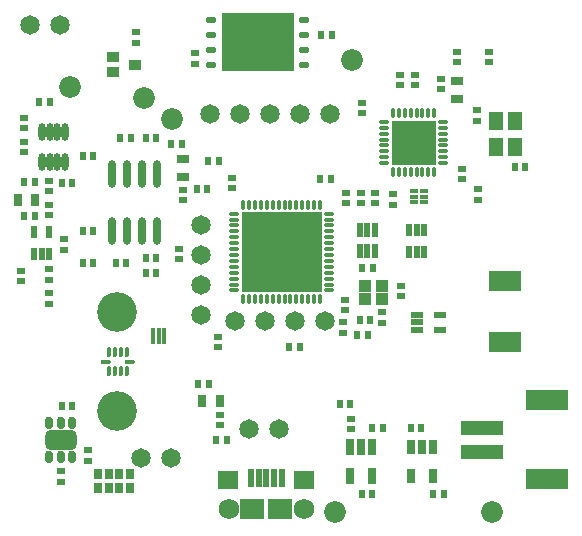
<source format=gts>
%FSLAX24Y24*%
%MOIN*%
G70*
G01*
G75*
G04 Layer_Color=8388736*
%ADD10C,0.0100*%
%ADD11C,0.0197*%
%ADD12C,0.0197*%
%ADD13C,0.0394*%
%ADD14R,0.0453X0.0551*%
%ADD15R,0.0374X0.0335*%
%ADD16R,0.0217X0.0512*%
%ADD17R,0.1417X0.1417*%
%ADD18O,0.0295X0.0079*%
%ADD19O,0.0079X0.0295*%
%ADD20O,0.0315X0.0157*%
%ADD21R,0.2362X0.1890*%
%ADD22R,0.2598X0.2598*%
%ADD23O,0.0079X0.0315*%
%ADD24O,0.0315X0.0079*%
%ADD25R,0.0157X0.0335*%
%ADD26R,0.0118X0.0193*%
%ADD27R,0.0118X0.0209*%
%ADD28O,0.0098X0.0276*%
%ADD29O,0.0276X0.0098*%
%ADD30R,0.0335X0.0157*%
%ADD31O,0.0217X0.0866*%
%ADD32O,0.0177X0.0532*%
%ADD33R,0.0217X0.0394*%
%ADD34R,0.0157X0.0236*%
%ADD35R,0.0236X0.0157*%
%ADD36R,0.0354X0.0276*%
%ADD37R,0.0354X0.0197*%
%ADD38R,0.0630X0.0551*%
%ADD39R,0.0748X0.0630*%
%ADD40R,0.0157X0.0532*%
%ADD41R,0.0197X0.0354*%
%ADD42R,0.1339X0.0591*%
%ADD43R,0.1378X0.0394*%
%ADD44R,0.0138X0.0394*%
%ADD45R,0.0217X0.0098*%
%ADD46R,0.1024X0.0591*%
%ADD47R,0.0197X0.0315*%
G04:AMPARAMS|DCode=48|XSize=63mil|YSize=98.4mil|CornerRadius=15.7mil|HoleSize=0mil|Usage=FLASHONLY|Rotation=270.000|XOffset=0mil|YOffset=0mil|HoleType=Round|Shape=RoundedRectangle|*
%AMROUNDEDRECTD48*
21,1,0.0630,0.0669,0,0,270.0*
21,1,0.0315,0.0984,0,0,270.0*
1,1,0.0315,-0.0335,-0.0157*
1,1,0.0315,-0.0335,0.0157*
1,1,0.0315,0.0335,0.0157*
1,1,0.0315,0.0335,-0.0157*
%
%ADD48ROUNDEDRECTD48*%
G04:AMPARAMS|DCode=49|XSize=33.5mil|YSize=17.7mil|CornerRadius=4.4mil|HoleSize=0mil|Usage=FLASHONLY|Rotation=270.000|XOffset=0mil|YOffset=0mil|HoleType=Round|Shape=RoundedRectangle|*
%AMROUNDEDRECTD49*
21,1,0.0335,0.0089,0,0,270.0*
21,1,0.0246,0.0177,0,0,270.0*
1,1,0.0089,-0.0044,-0.0123*
1,1,0.0089,-0.0044,0.0123*
1,1,0.0089,0.0044,0.0123*
1,1,0.0089,0.0044,-0.0123*
%
%ADD49ROUNDEDRECTD49*%
%ADD50C,0.0200*%
%ADD51C,0.0150*%
%ADD52C,0.0661*%
%ADD53C,0.0591*%
%ADD54C,0.0591*%
%ADD55C,0.1260*%
%ADD56C,0.0630*%
%ADD57C,0.0270*%
%ADD58C,0.0340*%
%ADD59C,0.0290*%
%ADD60C,0.0300*%
%ADD61R,0.0276X0.0354*%
%ADD62O,0.0315X0.0098*%
%ADD63O,0.0098X0.0315*%
%ADD64R,0.1299X0.1299*%
%ADD65R,0.0591X0.0236*%
%ADD66C,0.0098*%
%ADD67C,0.0157*%
%ADD68C,0.0039*%
%ADD69C,0.0079*%
%ADD70C,0.0047*%
%ADD71C,0.0050*%
%ADD72C,0.0040*%
%ADD73C,0.0060*%
%ADD74R,0.0148X0.0177*%
%ADD75R,0.0551X0.0433*%
%ADD76R,0.0513X0.0611*%
%ADD77R,0.0434X0.0395*%
%ADD78R,0.0277X0.0572*%
%ADD79R,0.1477X0.1477*%
%ADD80O,0.0355X0.0139*%
%ADD81O,0.0139X0.0355*%
%ADD82O,0.0375X0.0217*%
%ADD83R,0.2422X0.1950*%
%ADD84R,0.2658X0.2658*%
%ADD85O,0.0139X0.0375*%
%ADD86O,0.0375X0.0139*%
%ADD87R,0.0217X0.0395*%
%ADD88R,0.0178X0.0253*%
%ADD89R,0.0178X0.0269*%
%ADD90O,0.0158X0.0336*%
%ADD91O,0.0336X0.0158*%
%ADD92R,0.0395X0.0217*%
%ADD93O,0.0277X0.0926*%
%ADD94O,0.0237X0.0592*%
%ADD95R,0.0277X0.0454*%
%ADD96R,0.0217X0.0296*%
%ADD97R,0.0296X0.0217*%
%ADD98R,0.0414X0.0336*%
%ADD99R,0.0414X0.0257*%
%ADD100R,0.0709X0.0630*%
%ADD101R,0.0827X0.0709*%
%ADD102R,0.0236X0.0610*%
%ADD103R,0.0257X0.0414*%
%ADD104R,0.1399X0.0651*%
%ADD105R,0.1438X0.0454*%
%ADD106R,0.0198X0.0454*%
%ADD107R,0.0277X0.0158*%
%ADD108R,0.1084X0.0651*%
%ADD109R,0.0257X0.0375*%
G04:AMPARAMS|DCode=110|XSize=69mil|YSize=104.4mil|CornerRadius=18.7mil|HoleSize=0mil|Usage=FLASHONLY|Rotation=270.000|XOffset=0mil|YOffset=0mil|HoleType=Round|Shape=RoundedRectangle|*
%AMROUNDEDRECTD110*
21,1,0.0690,0.0669,0,0,270.0*
21,1,0.0315,0.1044,0,0,270.0*
1,1,0.0375,-0.0335,-0.0157*
1,1,0.0375,-0.0335,0.0157*
1,1,0.0375,0.0335,0.0157*
1,1,0.0375,0.0335,-0.0157*
%
%ADD110ROUNDEDRECTD110*%
G04:AMPARAMS|DCode=111|XSize=39.5mil|YSize=23.7mil|CornerRadius=7.4mil|HoleSize=0mil|Usage=FLASHONLY|Rotation=270.000|XOffset=0mil|YOffset=0mil|HoleType=Round|Shape=RoundedRectangle|*
%AMROUNDEDRECTD111*
21,1,0.0395,0.0089,0,0,270.0*
21,1,0.0246,0.0237,0,0,270.0*
1,1,0.0149,-0.0044,-0.0123*
1,1,0.0149,-0.0044,0.0123*
1,1,0.0149,0.0044,0.0123*
1,1,0.0149,0.0044,-0.0123*
%
%ADD111ROUNDEDRECTD111*%
%ADD112C,0.0721*%
%ADD113C,0.0651*%
%ADD114C,0.0651*%
%ADD115C,0.1320*%
%ADD116C,0.0690*%
D76*
X56715Y28333D02*
D03*
Y27467D02*
D03*
X56085D02*
D03*
Y28333D02*
D03*
D77*
X52305Y22826D02*
D03*
X51735D02*
D03*
Y22374D02*
D03*
X52305D02*
D03*
D78*
X51974Y17462D02*
D03*
X51600D02*
D03*
X51226D02*
D03*
Y16478D02*
D03*
X51974D02*
D03*
D79*
X53350Y27600D02*
D03*
D80*
X54344Y28289D02*
D03*
Y28092D02*
D03*
Y27895D02*
D03*
Y27698D02*
D03*
Y27502D02*
D03*
Y27305D02*
D03*
Y27108D02*
D03*
Y26911D02*
D03*
X52356D02*
D03*
Y27108D02*
D03*
Y27305D02*
D03*
Y27502D02*
D03*
Y27698D02*
D03*
Y27895D02*
D03*
Y28092D02*
D03*
Y28289D02*
D03*
D81*
X54039Y26606D02*
D03*
X53842D02*
D03*
X53645D02*
D03*
X53448D02*
D03*
X53252D02*
D03*
X53055D02*
D03*
X52858D02*
D03*
X52661D02*
D03*
Y28594D02*
D03*
X52858D02*
D03*
X53055D02*
D03*
X53252D02*
D03*
X53448D02*
D03*
X53645D02*
D03*
X53842D02*
D03*
X54039D02*
D03*
D82*
X49705Y30200D02*
D03*
Y30700D02*
D03*
Y31200D02*
D03*
Y31700D02*
D03*
X46595D02*
D03*
Y31200D02*
D03*
Y30700D02*
D03*
Y30200D02*
D03*
D83*
X48150Y30950D02*
D03*
D84*
X48950Y23950D02*
D03*
D85*
X47670Y25525D02*
D03*
X47867D02*
D03*
X48064D02*
D03*
X48261D02*
D03*
X48458D02*
D03*
X48655D02*
D03*
X48852D02*
D03*
X49048D02*
D03*
X49245D02*
D03*
X49442D02*
D03*
X49639D02*
D03*
X49836D02*
D03*
X50033D02*
D03*
X50230D02*
D03*
Y22375D02*
D03*
X50033D02*
D03*
X49836D02*
D03*
X49639D02*
D03*
X49442D02*
D03*
X49245D02*
D03*
X49048D02*
D03*
X48852D02*
D03*
X48655D02*
D03*
X48458D02*
D03*
X48261D02*
D03*
X48064D02*
D03*
X47867D02*
D03*
X47670D02*
D03*
D86*
X50525Y25230D02*
D03*
Y25033D02*
D03*
Y24836D02*
D03*
Y24639D02*
D03*
Y24442D02*
D03*
Y24245D02*
D03*
Y24048D02*
D03*
Y23852D02*
D03*
Y23655D02*
D03*
Y23458D02*
D03*
Y23261D02*
D03*
Y23064D02*
D03*
Y22867D02*
D03*
Y22670D02*
D03*
X47375D02*
D03*
Y22867D02*
D03*
Y23064D02*
D03*
Y23261D02*
D03*
Y23458D02*
D03*
Y23655D02*
D03*
Y23852D02*
D03*
Y24048D02*
D03*
Y24245D02*
D03*
Y24442D02*
D03*
Y24639D02*
D03*
Y24836D02*
D03*
Y25033D02*
D03*
Y25230D02*
D03*
D87*
X53458Y23950D02*
D03*
X53714Y24698D02*
D03*
X53458D02*
D03*
X53202D02*
D03*
Y23950D02*
D03*
X53714D02*
D03*
X40694Y23876D02*
D03*
X40950D02*
D03*
X41206D02*
D03*
Y24624D02*
D03*
X40694D02*
D03*
D88*
X44653Y21298D02*
D03*
X44850D02*
D03*
X45047D02*
D03*
Y21002D02*
D03*
X44850D02*
D03*
D89*
X44653Y21010D02*
D03*
D90*
X43795Y20615D02*
D03*
X43598D02*
D03*
X43402D02*
D03*
X43205D02*
D03*
Y19985D02*
D03*
X43402D02*
D03*
X43598D02*
D03*
X43795D02*
D03*
D91*
X43106Y20300D02*
D03*
X43894D02*
D03*
D92*
X53472Y21866D02*
D03*
Y21610D02*
D03*
Y21354D02*
D03*
X54220D02*
D03*
Y21866D02*
D03*
D93*
X44800Y26555D02*
D03*
X44300D02*
D03*
X43800D02*
D03*
X43300D02*
D03*
X44800Y24645D02*
D03*
X44300D02*
D03*
X43800D02*
D03*
X43300D02*
D03*
D94*
X40966Y26958D02*
D03*
X41222D02*
D03*
X41478D02*
D03*
X41734D02*
D03*
X40966Y27942D02*
D03*
X41222D02*
D03*
X41478D02*
D03*
X41734D02*
D03*
D95*
X54004Y17462D02*
D03*
X53630D02*
D03*
X53256D02*
D03*
Y16478D02*
D03*
X54004D02*
D03*
D96*
X50627Y31200D02*
D03*
X50273D02*
D03*
X41626Y18810D02*
D03*
X41980D02*
D03*
X43423Y23600D02*
D03*
X43777D02*
D03*
X42677D02*
D03*
X42323D02*
D03*
Y24650D02*
D03*
X42677D02*
D03*
X43927Y27750D02*
D03*
X43573D02*
D03*
X45273Y27550D02*
D03*
X45627D02*
D03*
X42323Y27150D02*
D03*
X42677D02*
D03*
X44423Y27750D02*
D03*
X44777D02*
D03*
X41227Y28950D02*
D03*
X40873D02*
D03*
X40373Y26300D02*
D03*
X40727D02*
D03*
X50883Y18900D02*
D03*
X51237D02*
D03*
X46527Y19550D02*
D03*
X46173D02*
D03*
X47127Y17700D02*
D03*
X46773D02*
D03*
X51977Y15870D02*
D03*
X51623D02*
D03*
X51973Y18070D02*
D03*
X52327D02*
D03*
X57077Y26800D02*
D03*
X56723D02*
D03*
X51463Y21200D02*
D03*
X51817D02*
D03*
X46123Y26050D02*
D03*
X46477D02*
D03*
X41623Y26250D02*
D03*
X41977D02*
D03*
X44777Y23250D02*
D03*
X44423D02*
D03*
X44777Y23750D02*
D03*
X44423D02*
D03*
X40727Y25150D02*
D03*
X40373D02*
D03*
X54003Y15890D02*
D03*
X54357D02*
D03*
X53253Y18070D02*
D03*
X53607D02*
D03*
X51907Y21670D02*
D03*
X51553D02*
D03*
X49203Y20790D02*
D03*
X49557D02*
D03*
X46503Y27000D02*
D03*
X46857D02*
D03*
X51987Y23410D02*
D03*
X51633D02*
D03*
X50584Y26380D02*
D03*
X50230D02*
D03*
D97*
X46050Y30223D02*
D03*
Y30577D02*
D03*
X51250Y18397D02*
D03*
Y18043D02*
D03*
X54950Y26727D02*
D03*
Y26373D02*
D03*
X51010Y21607D02*
D03*
Y21253D02*
D03*
X51110Y25573D02*
D03*
Y25927D02*
D03*
X42500Y16983D02*
D03*
Y17337D02*
D03*
X45650Y26027D02*
D03*
Y25673D02*
D03*
X41200Y25973D02*
D03*
Y26327D02*
D03*
Y23023D02*
D03*
Y23377D02*
D03*
X40350Y28073D02*
D03*
Y28427D02*
D03*
X41700Y24023D02*
D03*
Y24377D02*
D03*
X54800Y30627D02*
D03*
Y30273D02*
D03*
X46900Y18527D02*
D03*
Y18173D02*
D03*
X44100Y31277D02*
D03*
Y30923D02*
D03*
X51640Y28573D02*
D03*
Y28927D02*
D03*
X52650Y25877D02*
D03*
Y25523D02*
D03*
X52890Y29503D02*
D03*
Y29857D02*
D03*
X53390Y29503D02*
D03*
Y29857D02*
D03*
X54250Y29373D02*
D03*
Y29727D02*
D03*
X55510Y26037D02*
D03*
Y25683D02*
D03*
X55850Y30627D02*
D03*
Y30273D02*
D03*
X55450Y28323D02*
D03*
Y28677D02*
D03*
X52300Y21583D02*
D03*
Y21937D02*
D03*
X51060Y22367D02*
D03*
Y22013D02*
D03*
X52920Y22826D02*
D03*
Y22472D02*
D03*
X47300Y26073D02*
D03*
Y26427D02*
D03*
X41586Y16637D02*
D03*
Y16283D02*
D03*
X40250Y23327D02*
D03*
Y22973D02*
D03*
X41200Y25173D02*
D03*
Y25527D02*
D03*
Y22223D02*
D03*
Y22577D02*
D03*
X40350Y27273D02*
D03*
Y27627D02*
D03*
X51590Y25927D02*
D03*
Y25573D02*
D03*
X52070Y25927D02*
D03*
Y25573D02*
D03*
X45530Y24057D02*
D03*
Y23703D02*
D03*
X46820Y20770D02*
D03*
Y21124D02*
D03*
D98*
X44074Y30200D02*
D03*
X43326Y29944D02*
D03*
Y30456D02*
D03*
D99*
X54800Y29055D02*
D03*
Y29645D02*
D03*
X45650Y26455D02*
D03*
Y27045D02*
D03*
D100*
X47180Y16364D02*
D03*
X49700D02*
D03*
D101*
X47968Y15380D02*
D03*
X48912D02*
D03*
D102*
X48440Y16433D02*
D03*
X48696D02*
D03*
X48952D02*
D03*
X48184D02*
D03*
X47928D02*
D03*
D103*
X46305Y19000D02*
D03*
X46895D02*
D03*
X40155Y25700D02*
D03*
X40745D02*
D03*
D104*
X57805Y19009D02*
D03*
Y16371D02*
D03*
D105*
X55620Y18084D02*
D03*
Y17296D02*
D03*
D106*
X52066Y24698D02*
D03*
X51810D02*
D03*
X51554D02*
D03*
Y23989D02*
D03*
X51810D02*
D03*
X52066D02*
D03*
D107*
X53714Y25603D02*
D03*
Y25800D02*
D03*
Y25997D02*
D03*
X53380D02*
D03*
Y25800D02*
D03*
Y25603D02*
D03*
D108*
X56394Y20949D02*
D03*
Y22977D02*
D03*
D109*
X43892Y16566D02*
D03*
X43537D02*
D03*
X43183D02*
D03*
X42828D02*
D03*
Y16094D02*
D03*
X43183D02*
D03*
X43537D02*
D03*
X43892D02*
D03*
D110*
X41586Y17680D02*
D03*
D111*
X41980Y18251D02*
D03*
X41586D02*
D03*
X41980Y17109D02*
D03*
X41586D02*
D03*
X41193Y18251D02*
D03*
Y17109D02*
D03*
D112*
X51300Y30360D02*
D03*
X45300Y28400D02*
D03*
X41900Y29450D02*
D03*
X44350Y29100D02*
D03*
X50730Y15270D02*
D03*
X55980Y15290D02*
D03*
D113*
X50400Y21650D02*
D03*
X46250Y24850D02*
D03*
Y21850D02*
D03*
Y22850D02*
D03*
Y23850D02*
D03*
D114*
X47850Y18050D02*
D03*
X48850D02*
D03*
X49400Y21650D02*
D03*
X48400D02*
D03*
X47400D02*
D03*
X46550Y28550D02*
D03*
X47550D02*
D03*
X48550D02*
D03*
X49550D02*
D03*
X50550D02*
D03*
X44270Y17100D02*
D03*
X45270D02*
D03*
X40560Y31510D02*
D03*
X41560D02*
D03*
D115*
X43450Y21934D02*
D03*
Y18666D02*
D03*
D116*
X47190Y15380D02*
D03*
X49690D02*
D03*
M02*

</source>
